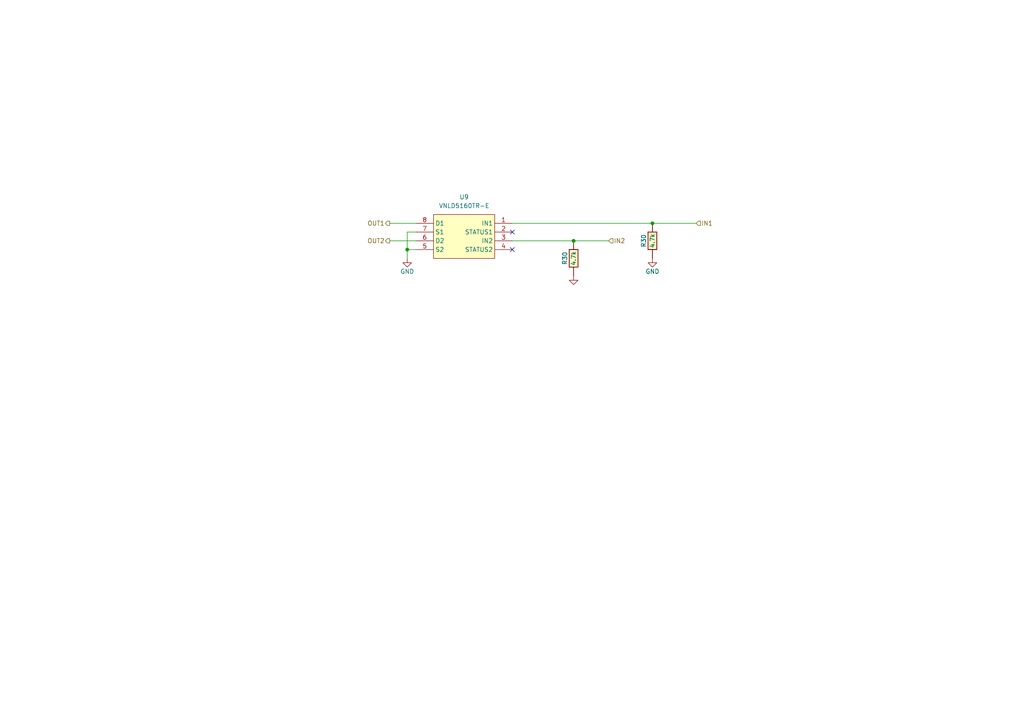
<source format=kicad_sch>
(kicad_sch (version 20230121) (generator eeschema)
  (paper "A4")
  (title_block (title "UAEFI Injector") (date "2023-11-01") (rev "B") (company "rusefi.com"))
  (lib_symbols
    (symbol "chips:VNLD5160"
      (property "Reference" "U" (at 6.35 3.81 0))
      (property "Value" "VNLD5160TR-E" (at 12.7 -11.43 0))
      (symbol "VNLD5160_1_1"
        (rectangle (start 5.08 2.54) (end 22.86 -10.16) (fill (type background)))
        (pin input line (at 0 0 0) (length 5.08) (name "IN1") (number "1"))
        (pin open_collector line (at 0 -2.54 0) (length 5.08) (name "STATUS1") (number "2"))
        (pin input line (at 0 -5.08 0) (length 5.08) (name "IN2") (number "3"))
        (pin open_collector line (at 0 -7.62 0) (length 5.08) (name "STATUS2") (number "4"))
        (pin power_in line (at 27.94 -7.62 180) (length 5.08) (name "S2") (number "5"))
        (pin power_out line (at 27.94 -5.08 180) (length 5.08) (name "D2") (number "6"))
        (pin power_in line (at 27.94 -2.54 180) (length 5.08) (name "S1") (number "7"))
        (pin power_out line (at 27.94 0 180) (length 5.08) (name "D1") (number "8"))
      )
    )
    (symbol "hellen-one-common:Res" (pin_numbers hide)
      (property "Reference" "R" (at 3.81 2.54 0))
      (property "Value" "Res" (at 5.08 -2.54 0))
      (symbol "Res_1_0"
        (rectangle (start 2.54 -1.27) (end 7.62 1.27) (stroke (width 0.254)) (fill (type background)))
        (pin passive line (at 0 0 0) (length 2.54) (name "") (number "1"))
        (pin passive line (at 10.16 0 180) (length 2.54) (name "") (number "2"))
      )
    )
    (symbol "power:GND" (power) (pin_names (offset 0))
      (property "Value" "GND" (at 0 -3.81 0))
      (symbol "GND_0_1"
        (polyline (pts (xy 0 0) (xy 0 -1.27) (xy 1.27 -1.27) (xy 0 -2.54) (xy -1.27 -1.27) (xy 0 -1.27)))
      )
      (symbol "GND_1_1"
        (pin power_in line (at 0 0 270) (length 0) hide (name "GND") (number "1"))
      )
    )
  )
  (junction (at 166.37 69.85))
  (junction (at 118.11 72.39))
  (junction (at 189.23 64.77))
  (no_connect (at 148.59 72.39))
  (no_connect (at 148.59 67.31))
  (wire (pts (xy 113.03 69.85) (xy 120.65 69.85)))
  (wire (pts (xy 118.11 72.39) (xy 118.11 67.31)))
  (wire (pts (xy 148.59 64.77) (xy 189.23 64.77)))
  (wire (pts (xy 113.03 64.77) (xy 120.65 64.77)))
  (wire (pts (xy 118.11 67.31) (xy 120.65 67.31)))
  (wire (pts (xy 148.59 69.85) (xy 166.37 69.85)))
  (wire (pts (xy 189.23 64.77) (xy 201.93 64.77)))
  (wire (pts (xy 118.11 72.39) (xy 120.65 72.39)))
  (wire (pts (xy 166.37 69.85) (xy 176.53 69.85)))
  (wire (pts (xy 118.11 74.93) (xy 118.11 72.39)))
  (hierarchical_label "OUT1" (shape output) (at 113.03 64.77 180))
  (hierarchical_label "IN2" (shape input) (at 176.53 69.85 0))
  (hierarchical_label "IN1" (shape input) (at 201.93 64.77 0))
  (hierarchical_label "OUT2" (shape output) (at 113.03 69.85 180))
  (symbol (lib_id "power:GND") (at 166.37 80.01 0) (unit 1)
    (property "Reference" "#PWR072" (effects hide))
    (property "Value" "GND" (effects hide))
  )
  (symbol (lib_id "chips:VNLD5160") (at 148.59 64.77 0) (mirror y) (unit 1)
    (property "Reference" "U9" (at 134.62 57.15 0))
    (property "Value" "VNLD5160TR-E" (at 134.62 59.69 0))
    (property "Footprint" "Package_SO:SOIC-8_3.9x4.9mm_P1.27mm" (effects hide))
    (property "LCSC" "C377942" (effects hide))
  )
  (symbol (lib_id "power:GND") (at 189.23 74.93 0) (unit 1)
    (property "Reference" "#PWR0143" (effects hide))
    (property "Value" "GND" (at 189.23 78.74 0))
  )
  (symbol (lib_id "hellen-one-common:Res") (at 166.37 80.01 90) (unit 1)
    (property "Reference" "R30" (at 163.83 74.93 0))
    (property "Value" "4.7k" (at 166.37 74.93 0))
    (property "Footprint" "hellen-one-common:R0603" (effects hide))
    (property "LCSC" "C23162" (effects hide))
    (instances (project "alphax_8ch" (path "" (reference "R30") (unit 1)) (path "" (reference "R67") (unit 1))) (project "SSRP 4EFE" (path "" (reference "R30") (unit 1))))
  )
  (symbol (lib_id "hellen-one-common:Res") (at 189.23 74.93 90) (unit 1)
    (property "Reference" "R30" (at 186.69 69.85 0))
    (property "Value" "4.7k" (at 189.23 69.85 0))
    (property "Footprint" "hellen-one-common:R0603" (effects hide))
    (property "LCSC" "C23162" (effects hide))
    (instances (project "alphax_8ch" (path "" (reference "R30") (unit 1)) (path "" (reference "R67") (unit 1))) (project "SSRP 4EFE" (path "" (reference "R29") (unit 1))))
  )
  (symbol (lib_id "power:GND") (at 118.11 74.93 0) (mirror y) (unit 1)
    (property "Reference" "#PWR067" (effects hide))
    (property "Value" "GND" (at 118.11 78.74 0))
  )
)
</source>
